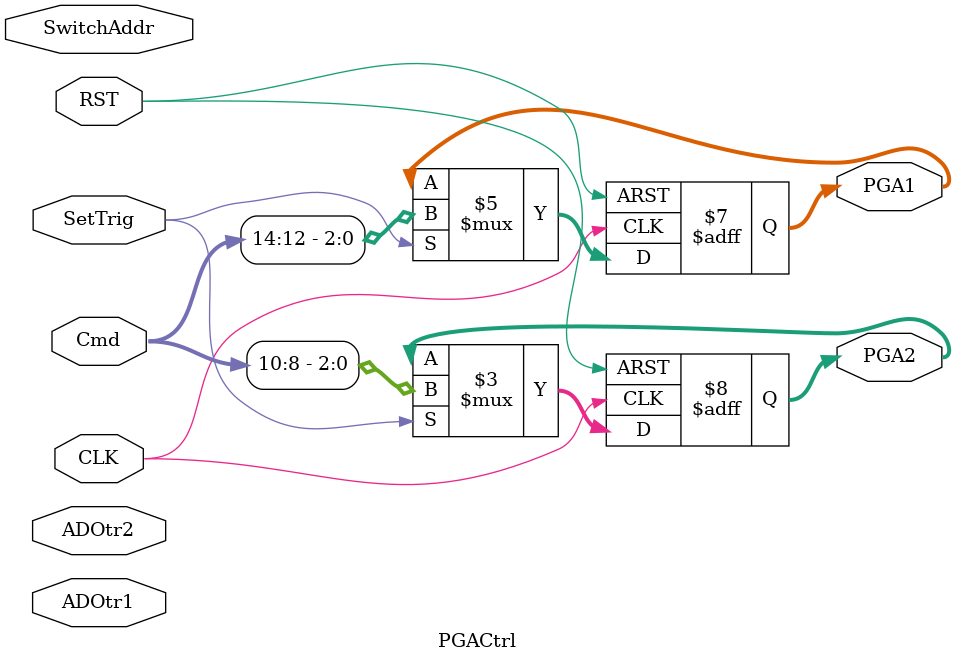
<source format=v>
`timescale 1ns/1ps


//G2 G1 G0      Gain
//0  0  0       0.08
//0  0  1       0.16
//0  1  0       0.32
//0  1  1       0.63
//1  0  0       1.26
//1  0  1       2.52
//1  1  0       5.01
//1  1  0       10.0

//Command format
//Ch1        Ch2      
//0 1 1 1    0 1 1 1 [05]


//**************************************************************//
//**************************************************************//

module PGACtrl
(
    CLK, RST, 
	 SetTrig,                         //Set trig, 1 CLK
	 Cmd,
	 ADOtr1, ADOtr2,                  //Overflow flag of ADC
	 SwitchAddr,
	 PGA1, PGA2                       //PGA control bus
);
    //Parameters
	 
	 
	 //Macro Defination
	 
	 
	 //Interface for FIFO Rd
	 input CLK, RST;
	 input SetTrig;           //Set gain trig
	 input ADOtr1, ADOtr2;    //Overflow Flag
	 input [8:0] SwitchAddr;
	 input [15:0] Cmd;
	 
    output reg [2:0] PGA1;   //PGA1
	 output reg [2:0] PGA2;   //PGA2

	 //Internal Registers
	 //reg [3:0] Stat;        //State machine state
//	 reg [3:0] PGAL1;
//	 reg [3:0] PGAS1;
//	 reg [3:0] PGAL2;
//	 reg [3:0] PGAS2;
		

	 always @ (posedge CLK or negedge RST)
	 
		if (!RST) begin
			PGA1 <= 3'b011;
			PGA2 <= 3'b011;
			
//			PGAL1 <= 3'b011;
//			PGAS1 <= 3'b100;
//			PGAL2 <= 3'b011;
//			PGAS2 <= 3'b100;

		end

		else if (SetTrig) begin      //Set Gain
			PGA1 <= Cmd[14:12];       //Channel 1 
			PGA2 <= Cmd[10:8];        //Channel 2
		end
		/*
		else if (SetTrig) begin       //Set Gain
			PGAL1 <= Cmd[14:12];       //Channel 1
			PGAS1 <= Cmd[14:12]+3'b001;//Channel 1
			
			PGAL2 <= Cmd[10:8];        //Channel 2
			PGAS2 <= Cmd[10:8]+3'b001; //Channel 1 
		end
		/*
		//8-electrode
		else if (Cmd[11:8] == 4'b1000) begin
			// Adj
			if (SwitchAddr == 1 || SwitchAddr == 7 || SwitchAddr == 8 || SwitchAddr == 14 || SwitchAddr == 19 || SwitchAddr == 23 || SwitchAddr == 26 || SwitchAddr == 28) begin
				PGA1 <= PGAL1;        //Channel 1
			   PGA2 <= PGAL2;        //Channel 2		
			end
			else begin
				PGA1 <= PGAS1;        //Channel 1
			   PGA2 <= PGAS2;        //Channel 2			
			end
		end

		//12-electrode
		else begin
			if (SwitchAddr == 1 || SwitchAddr == 11 || SwitchAddr == 12 || SwitchAddr == 22 || SwitchAddr == 31 || SwitchAddr == 39 || SwitchAddr == 46 || SwitchAddr == 52 || SwitchAddr == 57 || SwitchAddr == 61 || SwitchAddr == 64 || SwitchAddr == 66) begin
				PGA1 <= PGAL1;        //Channel 1
			   PGA2 <= PGAL2;        //Channel 2			
			end
			else begin
				PGA1 <= PGAS1;        //Channel 1 
				PGA2 <= PGAS2;        //Channel 2
			end		
		end
	   */
			
endmodule
	 
</source>
